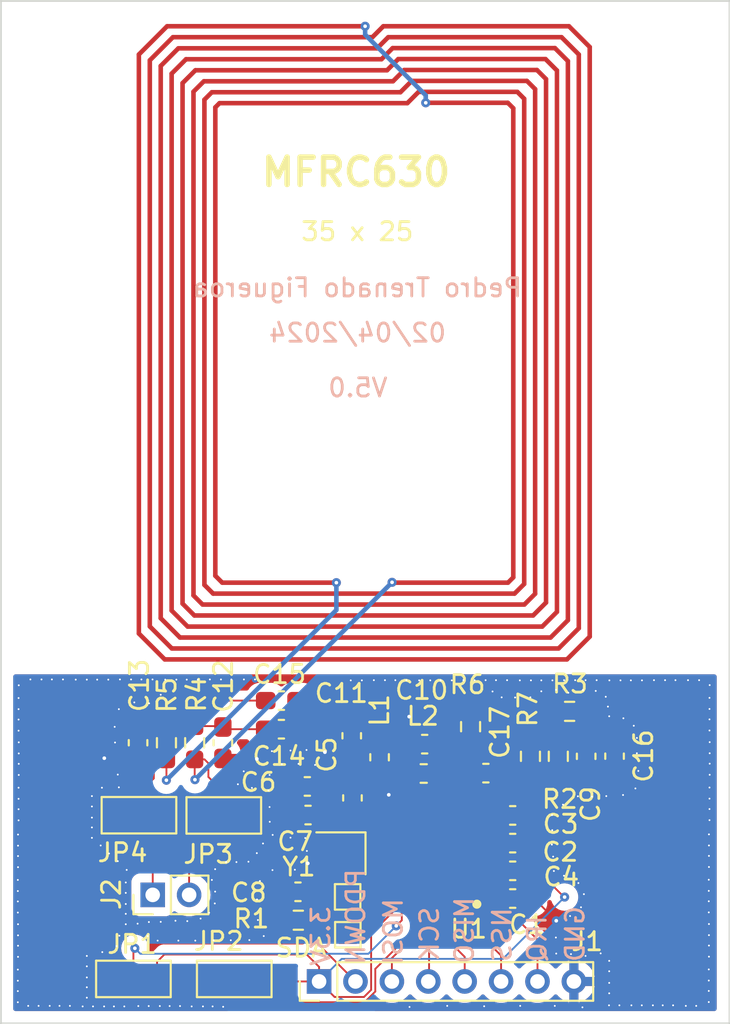
<source format=kicad_pcb>
(kicad_pcb (version 20221018) (generator pcbnew)
  (title_block (title "NFC Programmer") (rev "3.0") (company "Tychetools"))
  (layers (0 "F.Cu" signal) (31 "B.Cu" signal) (34 "B.Paste" user) (35 "F.Paste" user) (36 "B.SilkS" user "B.Silkscreen") (37 "F.SilkS" user "F.Silkscreen") (38 "B.Mask" user) (39 "F.Mask" user) (44 "Edge.Cuts" user))
  (net 0 "")
  (net 1 "Net-(U1-DVDD)")
  (net 2 "GND")
  (net 3 "Net-(U1-AVDD)")
  (net 4 "Net-(U1-TVDD)")
  (net 5 "Net-(U1-XTAL2)")
  (net 6 "/RXP")
  (net 7 "Net-(C9-Pad2)")
  (net 8 "Net-(C10-Pad2)")
  (net 9 "Net-(C11-Pad1)")
  (net 10 "Net-(C12-Pad1)")
  (net 11 "Net-(C13-Pad2)")
  (net 12 "/VMID")
  (net 13 "/RXN")
  (net 14 "Net-(C17-Pad2)")
  (net 15 "/TX1")
  (net 16 "/TX2")
  (net 17 "Net-(JP3-A)")
  (net 21 "/SCL")
  (net 22 "/MISO")
  (net 23 "/IRQ")
  (net 24 "/NSS")
  (net 31 "/PDOWN")
  (net 32 "+3V3")
  (net 33 "/SCK")
  (net 34 "/MOSI")
  (net 35 "Net-(U1-XTAL1)")
  (net 36 "/IFSEL0")
  (net 37 "/IFSEL1")
  (net 38 "Net-(J2-Pin_2)")
  (net 39 "Net-(JP4-A)")
  (net 40 "Net-(JP4-C)")
  (net 41 "Net-(J2-Pin_1)")
  (net 42 "/SDA")
  (footprint "Resistor_SMD:R_0603_1608Metric_Pad0.98x0.95mm_HandSolder" (layer "F.Cu") (at 150.81375 95.4575 -90)
    (fp_text reference "R2")
    (fp_text value "TBD" hide)
  )
  (footprint "Capacitor_SMD:C_0603_1608Metric_Pad1.08x0.95mm_HandSolder" (layer "F.Cu") (at 146.83425 96.38 180)
    (fp_text reference "C17")
    (fp_text value "TBD" hide)
  )
  (footprint "Resistor_SMD:R_0603_1608Metric_Pad0.98x0.95mm_HandSolder" (layer "F.Cu") (at 145.99425 93.83 90)
    (fp_text reference "R6")
    (fp_text value "TBD" hide)
  )
  (footprint "Jumper:SolderJumper-3_P1.3mm_Bridged12_Pad1.0x1.5mm_NumberLabels" (layer "F.Cu") (at 132.435 98.7)
    (fp_text reference "JP3")
    (fp_text value "SolderJumper_3_Bridged12" hide)
  )
  (footprint "MountingHole:MountingHole_3mm" (layer "F.Cu") (at 124.08 58.64)
    (fp_text reference "H3" hide)
    (fp_text value "MountingHole_Pad" hide)
  )
  (footprint "MountingHole:MountingHole_3mm" (layer "F.Cu") (at 156.12 58.64)
    (fp_text reference "H4" hide)
    (fp_text value "MountingHole_Pad" hide)
  )
  (footprint "Capacitor_SMD:C_0603_1608Metric_Pad1.08x0.95mm_HandSolder" (layer "F.Cu") (at 137.02425 97.11 180)
    (fp_text reference "C6")
    (fp_text value "1u" hide)
  )
  (footprint "Connector_PinHeader_2.00mm:PinHeader_1x02_P2.00mm_Vertical" (layer "F.Cu") (at 128.53 103.06 90)
    (fp_text reference "J2")
    (fp_text value "Conn_01x02_Pin" hide)
  )
  (footprint "TestPoint:TestPoint_Pad_1.0x1.0mm" (layer "F.Cu") (at 139.25 105.25)
    (fp_text reference "SDA")
    (fp_text value "TestPoint" hide)
  )
  (footprint "Inductor_SMD:L_0603_1608Metric_Pad1.05x0.95mm_HandSolder" (layer "F.Cu") (at 140.99425 95.51 90)
    (fp_text reference "L1")
    (fp_text value "TBD" hide)
  )
  (footprint "Capacitor_SMD:C_0603_1608Metric_Pad1.08x0.95mm_HandSolder" (layer "F.Cu") (at 135.6 93.97 180)
    (fp_text reference "C14")
    (fp_text value "C" hide)
  )
  (footprint "MountingHole:MountingHole_3mm" (layer "F.Cu") (at 124.06 88.02)
    (fp_text reference "H1" hide)
    (fp_text value "MountingHole_Pad" hide)
  )
  (footprint "Crystal:Crystal_SMD_2016-4Pin_2.0x1.6mm" (layer "F.Cu") (at 138.87175 100.78 180)
    (fp_text reference "Y1")
    (fp_text value "Crystal_GND23" hide)
  )
  (footprint "Capacitor_SMD:C_0603_1608Metric_Pad1.08x0.95mm_HandSolder" (layer "F.Cu") (at 139.50425 97.74 90)
    (fp_text reference "C5")
    (fp_text value "100n" hide)
  )
  (footprint "Capacitor_SMD:C_0603_1608Metric_Pad1.08x0.95mm_HandSolder" (layer "F.Cu") (at 139.46425 94.33 -90)
    (fp_text reference "C11")
    (fp_text value "TBD" hide)
  )
  (footprint "Library3:MFRC630_MOUSER" (layer "F.Cu") (at 143.46425 101.07 180)
    (fp_text reference "U1")
    (fp_text value "MFRC63002HN,151" hide)
  )
  (footprint "Connector_PinHeader_2.00mm:PinHeader_1x08_P2.00mm_Vertical" (layer "F.Cu") (at 137.67 107.81 90)
    (fp_text reference "J1")
    (fp_text value "Conn_01x08" hide)
  )
  (footprint "Resistor_SMD:R_0603_1608Metric_Pad0.98x0.95mm_HandSolder" (layer "F.Cu") (at 130.835 94.7125 -90)
    (fp_text reference "R4")
    (fp_text value "TBD" hide)
  )
  (footprint "Capacitor_SMD:C_0603_1608Metric_Pad1.08x0.95mm_HandSolder" (layer "F.Cu") (at 152.34425 95.4575 90)
    (fp_text reference "C9")
    (fp_text value "TBD" hide)
  )
  (footprint "Capacitor_SMD:C_0603_1608Metric_Pad1.08x0.95mm_HandSolder" (layer "F.Cu") (at 135.6 92.4 180)
    (fp_text reference "C15")
    (fp_text value "TBD" hide)
  )
  (footprint "Capacitor_SMD:C_0603_1608Metric_Pad1.08x0.95mm_HandSolder" (layer "F.Cu") (at 148.3075 98.7)
    (fp_text reference "C3")
    (fp_text value "470n" hide)
  )
  (footprint "Capacitor_SMD:C_0603_1608Metric_Pad1.08x0.95mm_HandSolder" (layer "F.Cu") (at 148.3075 100.22)
    (fp_text reference "C2")
    (fp_text value "100n" hide)
  )
  (footprint "Resistor_SMD:R_0603_1608Metric_Pad0.98x0.95mm_HandSolder" (layer "F.Cu") (at 149.28325 95.4575 90)
    (fp_text reference "R7")
    (fp_text value "TBD" hide)
  )
  (footprint "Capacitor_SMD:C_0603_1608Metric_Pad1.08x0.95mm_HandSolder" (layer "F.Cu") (at 153.90425 95.45 -90)
    (fp_text reference "C16")
    (fp_text value "TBD" hide)
  )
  (footprint "Capacitor_SMD:C_0603_1608Metric_Pad1.08x0.95mm_HandSolder" (layer "F.Cu") (at 148.3075 101.74)
    (fp_text reference "C4")
    (fp_text value "100n" hide)
  )
  (footprint "TestPoint:TestPoint_Pad_1.0x1.0mm" (layer "F.Cu") (at 139.24 103.17)
    (fp_text reference "TP2" hide)
    (fp_text value "TestPoint" hide)
  )
  (footprint "Resistor_SMD:R_0603_1608Metric_Pad0.98x0.95mm_HandSolder" (layer "F.Cu") (at 129.285 94.7125 -90)
    (fp_text reference "R5")
    (fp_text value "TBD" hide)
  )
  (footprint "Resistor_SMD:R_0603_1608Metric_Pad0.98x0.95mm_HandSolder" (layer "F.Cu") (at 151.435 92.99)
    (fp_text reference "R3")
    (fp_text value "TBD" hide)
  )
  (footprint "Capacitor_SMD:C_0603_1608Metric_Pad1.08x0.95mm_HandSolder" (layer "F.Cu") (at 132.385 94.7125 -90)
    (fp_text reference "C12")
    (fp_text value "TBD" hide)
  )
  (footprint "Capacitor_SMD:C_0603_1608Metric_Pad1.08x0.95mm_HandSolder" (layer "F.Cu") (at 127.725 94.7125 90)
    (fp_text reference "C13")
    (fp_text value "TBD" hide)
  )
  (footprint "Capacitor_SMD:C_0603_1608Metric_Pad1.08x0.95mm_HandSolder" (layer "F.Cu") (at 136.51 102.89 180)
    (fp_text reference "C8")
    (fp_text value "10p" hide)
  )
  (footprint "Inductor_SMD:L_0603_1608Metric_Pad1.05x0.95mm_HandSolder" (layer "F.Cu") (at 143.41925 96.4)
    (fp_text reference "L2")
    (fp_text value "TBD" hide)
  )
  (footprint "Resistor_SMD:R_0603_1608Metric_Pad0.98x0.95mm_HandSolder" (layer "F.Cu") (at 136.53 104.45 180)
    (fp_text reference "R1")
    (fp_text value "10k" hide)
  )
  (footprint "Jumper:SolderJumper-3_P1.3mm_Bridged12_Pad1.0x1.5mm_NumberLabels" (layer "F.Cu") (at 127.775 98.69 180)
    (fp_text reference "JP4")
    (fp_text value "SolderJumper_3_Bridged12" hide)
  )
  (footprint "Jumper:SolderJumper-3_P1.3mm_Bridged12_Pad1.0x1.5mm_NumberLabels" (layer "F.Cu") (at 133.01 107.67 180)
    (fp_text reference "JP2")
    (fp_text value "SolderJumper_3_Bridged12" hide)
  )
  (footprint "Jumper:SolderJumper-3_P1.3mm_Bridged12_Pad1.0x1.5mm_NumberLabels" (layer "F.Cu") (at 127.47 107.67)
    (fp_text reference "JP1")
    (fp_text value "SolderJumper_3_Bridged12" hide)
  )
  (footprint "Capacitor_SMD:C_0603_1608Metric_Pad1.08x0.95mm_HandSolder" (layer "F.Cu") (at 143.47175 94.79)
    (fp_text reference "C10")
    (fp_text value "TBD" hide)
  )
  (footprint "Capacitor_SMD:C_0603_1608Metric_Pad1.08x0.95mm_HandSolder" (layer "F.Cu") (at 137.06425 98.68 180)
    (fp_text reference "C7")
    (fp_text value "10p" hide)
  )
  (footprint "MountingHole:MountingHole_3mm" (layer "F.Cu") (at 156.11 88.02)
    (fp_text reference "H2" hide)
    (fp_text value "MountingHole_Pad" hide)
  )
  (footprint "Capacitor_SMD:C_0603_1608Metric_Pad1.08x0.95mm_HandSolder" (layer "F.Cu") (at 148.3075 103.26)
    (fp_text reference "C1")
    (fp_text value "470n" hide)
  )
  (gr_poly (pts (xy 120.19 110.11) (xy 158.66 110.11) (xy 160.22 110.11) (xy 160.22 54.01) (xy 120.19 54.01) (xy 120.19 110.11)) (stroke (width 0.1)) (fill none) (layer "Edge.Cuts"))
  (gr_text "02/04/2024\n" (at 144.74 72.81) (layer "B.SilkS") (effects (font (size 1 1) (thickness 0.153)) (justify left bottom mirror)))
  (gr_text "NSS\n" (at 148.31 103.67 90) (layer "B.SilkS") (effects (font (size 1 1) (thickness 0.153)) (justify left bottom mirror)))
  (gr_text "V5.0" (at 141.52 75.82) (layer "B.SilkS") (effects (font (size 1 1) (thickness 0.153)) (justify left bottom mirror)))
  (gr_text "MISO\n" (at 146.24 103.09 90) (layer "B.SilkS") (effects (font (size 1 1) (thickness 0.153)) (justify left bottom mirror)))
  (gr_text "SCK" (at 144.32 103.63 90) (layer "B.SilkS") (effects (font (size 1 1) (thickness 0.153)) (justify left bottom mirror)))
  (gr_text "MOSI\n" (at 142.33 103.16 90) (layer "B.SilkS") (effects (font (size 1 1) (thickness 0.153)) (justify left bottom mirror)))
  (gr_text "3.3V" (at 138.35 103.6 90) (layer "B.SilkS") (effects (font (size 1 1) (thickness 0.153)) (justify left bottom mirror)))
  (gr_text "PDOWN\n" (at 140.27 101.54 90) (layer "B.SilkS") (effects (font (size 1 1) (thickness 0.153)) (justify left bottom mirror)))
  (gr_text "GND\n" (at 152.32 103.58 90) (layer "B.SilkS") (effects (font (size 1 1) (thickness 0.153)) (justify left bottom mirror)))
  (gr_text "IRQ\n" (at 150.23 104.11 90) (layer "B.SilkS") (effects (font (size 1 1) (thickness 0.153)) (justify left bottom mirror)))
  (gr_text "Pedro Trenado Figueroa\n" (at 148.91 70.33) (layer "B.SilkS") (effects (font (size 1 1) (thickness 0.153)) (justify left bottom mirror)))
  (gr_text "35 x 25" (at 136.6 67.25) (layer "F.SilkS") (effects (font (size 1 1) (thickness 0.153)) (justify left bottom)))
  (gr_text "MFRC630\n" (at 134.36 64.28) (layer "F.SilkS") (effects (font (size 1.5 1.5) (thickness 0.3) bold) (justify left bottom)))
  (segment (start 146.61 99.99075) (end 146.61 103.04) (width 0.1) (layer "F.Cu") (net 1))
  (segment (start 146.43925 99.82) (end 146.61 99.99075) (width 0.1) (layer "F.Cu") (net 1))
  (segment (start 146.83 103.26) (end 147.445 103.26) (width 0.1) (layer "F.Cu") (net 1))
  (segment (start 146.61 103.04) (end 146.83 103.26) (width 0.1) (layer "F.Cu") (net 1))
  (segment (start 145.91425 99.82) (end 146.43925 99.82) (width 0.1) (layer "F.Cu") (net 1))
  (segment (start 134.225 95.575) (end 134.251582 95.601582) (width 0.1) (layer "F.Cu") (net 2))
  (segment (start 142.60925 94.79) (end 142.60925 93.29075) (width 0.1) (layer "F.Cu") (net 2))
  (segment (start 138.0275 95.1925) (end 137.99 95.23) (width 0.1) (layer "F.Cu") (net 2))
  (segment (start 125.885 95.575) (end 125.87 95.56) (width 0.1) (layer "F.Cu") (net 2))
  (segment (start 139.46425 95.1925) (end 138.0275 95.1925) (width 0.1) (layer "F.Cu") (net 2))
  (segment (start 142.60925 93.29075) (end 142.62 93.28) (width 0.1) (layer "F.Cu") (net 2))
  (segment (start 143.46425 101.07) (end 141.71425 99.32) (width 0.1) (layer "F.Cu") (net 2))
  (segment (start 149.48 103.26) (end 150.7 104.48) (width 0.1) (layer "F.Cu") (net 2))
  (segment (start 149.17 103.26) (end 149.48 103.26) (width 0.1) (layer "F.Cu") (net 2))
  (segment (start 141.71425 97.78425) (end 141.5 97.57) (width 0.1) (layer "F.Cu") (net 2))
  (segment (start 132.385 95.575) (end 134.225 95.575) (width 0.1) (layer "F.Cu") (net 2))
  (segment (start 127.725 95.575) (end 125.885 95.575) (width 0.1) (layer "F.Cu") (net 2))
  (segment (start 141.71425 98.62) (end 141.71425 97.78425) (width 0.1) (layer "F.Cu") (net 2))
  (segment (start 141.71425 99.32) (end 141.71425 98.62) (width 0.1) (layer "F.Cu") (net 2))
  (segment (start 137 101.28) (end 137.05 101.33) (width 0.1) (layer "F.Cu") (net 2))
  (segment (start 138.17175 101.33) (end 137.05 101.33) (width 0.1) (layer "F.Cu") (net 2))
  (via micro (at 159.13 95.86) (size 0.36) (drill 0.1) (layers "F.Cu" "B.Cu") (net 2))
  (via micro (at 128.97 104.54) (size 0.36) (drill 0.1) (layers "F.Cu" "B.Cu") (net 2))
  (via micro (at 157.94 91.28) (size 0.36) (drill 0.1) (layers "F.Cu" "B.Cu") (net 2))
  (via micro (at 131.87 105.55) (size 0.36) (drill 0.1) (layers "F.Cu" "B.Cu") (net 2))
  (via micro (at 124.3 91.25) (size 0.36) (drill 0.1) (layers "F.Cu" "B.Cu") (net 2))
  (via micro (at 125.19 98.82) (size 0.36) (drill 0.1) (layers "F.Cu" "B.Cu") (net 2))
  (via micro (at 127.34 91.24) (size 0.36) (drill 0.1) (layers "F.Cu" "B.Cu") (net 2))
  (via micro (at 157.25 91.28) (size 0.36) (drill 0.1) (layers "F.Cu" "B.Cu") (net 2))
  (via micro (at 129.94 105.57) (size 0.36) (drill 0.1) (layers "F.Cu" "B.Cu") (net 2))
  (via micro (at 142.64 109.21) (size 0.36) (drill 0.1) (layers "F.Cu" "B.Cu") (net 2))
  (via micro (at 135.12 99.77) (size 0.36) (drill 0.1) (layers "F.Cu" "B.Cu") (net 2))
  (via micro (at 150.62 109.15) (size 0.36) (drill 0.1) (layers "F.Cu" "B.Cu") (net 2))
  (via micro (at 121.16 98.97) (size 0.36) (drill 0.1) (layers "F.Cu" "B.Cu") (net 2))
  (via micro (at 122.87 109.15) (size 0.36) (drill 0.1) (layers "F.Cu" "B.Cu") (net 2))
  (via micro (at 154.83 109.12) (size 0.36) (drill 0.1) (layers "F.Cu" "B.Cu") (net 2))
  (via (at 134.251582 95.601582) (size 0.5) (drill 0.2) (layers "F.Cu" "B.Cu") (net 2))
  (via micro (at 126.46 94.7) (size 0.36) (drill 0.1) (layers "F.Cu" "B.Cu") (net 2))
  (via micro (at 144.35 91.29) (size 0.36) (drill 0.1) (layers "F.Cu" "B.Cu") (net 2))
  (via micro (at 159.08 104.02) (size 0.36) (drill 0.1) (layers "F.Cu" "B.Cu") (net 2))
  (via micro (at 155.13 94.45) (size 0.36) (drill 0.1) (layers "F.Cu" "B.Cu") (net 2))
  (via micro (at 129.22 91.25) (size 0.36) (drill 0.1) (layers "F.Cu" "B.Cu") (net 2))
  (via micro (at 125.19 98.21) (size 0.36) (drill 0.1) (layers "F.Cu" "B.Cu") (net 2))
  (via micro (at 130.03 109.16) (size 0.36) (drill 0.1) (layers "F.Cu" "B.Cu") (net 2))
  (via micro (at 134.59 100.24) (size 0.36) (drill 0.1) (layers "F.Cu" "B.Cu") (net 2))
  (via micro (at 148.44 92.23) (size 0.36) (drill 0.1) (layers "F.Cu" "B.Cu") (net 2))
  (via micro (at 150.48 99.51) (size 0.36) (drill 0.1) (layers "F.Cu" "B.Cu") (net 2))
  (via micro (at 154.37 97.58) (size 0.36) (drill 0.1) (layers "F.Cu" "B.Cu") (net 2))
  (via micro (at 153.61 106.68) (size 0.36) (drill 0.1) (layers "F.Cu" "B.Cu") (net 2))
  (via micro (at 155.4 109.12) (size 0.36) (drill 0.1) (layers "F.Cu" "B.Cu") (net 2))
  (via micro (at 123.6 91.24) (size 0.36) (drill 0.1) (layers "F.Cu" "B.Cu") (net 2))
  (via micro (at 133.98 97.19) (size 0.36) (drill 0.1) (layers "F.Cu" "B.Cu") (net 2))
  (via micro (at 159.13 96.47) (size 0.36) (drill 0.1) (layers "F.Cu" "B.Cu") (net 2))
  (via micro (at 121.16 92.26) (size 0.36) (drill 0.1) (layers "F.Cu" "B.Cu") (net 2))
  (via micro (at 152.66 97.67) (size 0.36) (drill 0.1) (layers "F.Cu" "B.Cu") (net 2))
  (via micro (at 134.42 102.3) (size 0.36) (drill 0.1) (layers "F.Cu" "B.Cu") (net 2))
  (via micro (at 154.96 93.78) (size 0.36) (drill 0.1) (layers "F.Cu" "B.Cu") (net 2))
  (via micro (at 125.86 109.18) (size 0.36) (drill 0.1) (layers "F.Cu" "B.Cu") (net 2))
  (via micro (at 121.17 91.56) (size 0.36) (drill 0.1) (layers "F.Cu" "B.Cu") (net 2))
  (via micro (at 141.86 91.28) (size 0.36) (drill 0.1) (layers "F.Cu" "B.Cu") (net 2))
  (via micro (at 121.12 108.95) (size 0.36) (drill 0.1) (layers "F.Cu" "B.Cu") (net 2))
  (via micro (at 148.7 91.29) (size 0.36) (drill 0.1) (layers "F.Cu" "B.Cu") (net 2))
  (via micro (at 158.55 91.28) (size 0.36) (drill 0.1) (layers "F.Cu" "B.Cu") (net 2))
  (via micro (at 125.74 97.18) (size 0.36) (drill 0.1) (layers "F.Cu" "B.Cu") (net 2))
  (via micro (at 121.13 106.46) (size 0.36) (drill 0.1) (layers "F.Cu" "B.Cu") (net 2))
  (via micro (at 132.56 101.26) (size 0.36) (drill 0.1) (layers "F.Cu" "B.Cu") (net 2))
  (via micro (at 137.45 95.93) (size 0.36) (drill 0.1) (layers "F.Cu" "B.Cu") (net 2))
  (via micro (at 159.12 92.86) (size 0.36) (drill 0.1) (layers "F.Cu" "B.Cu") (net 2))
  (via micro (at 127.7 104.64) (size 0.36) (drill 0.1) (layers "F.Cu" "B.Cu") (net 2))
  (via micro (at 143.78 91.29) (size 0.36) (drill 0.1) (layers "F.Cu" "B.Cu") (net 2))
  (via micro (at 124.91 108.13) (size 0.36) (drill 0.1) (layers "F.Cu" "B.Cu") (net 2))
  (via micro (at 148 91.28) (size 0.36) (drill 0.1) (layers "F.Cu" "B.Cu") (net 2))
  (via micro (at 121.16 92.87) (size 0.36) (drill 0.1) (layers "F.Cu" "B.Cu") (net 2))
  (via micro (at 151.917606 102.41155) (size 0.36) (drill 0.1) (layers "F.Cu" "B.Cu") (net 2))
  (via micro (at 152.92 91.28) (size 0.36) (drill 0.1) (layers "F.Cu" "B.Cu") (net 2))
  (via micro (at 147.701096 92.221952) (size 0.36) (drill 0.1) (layers "F.Cu" "B.Cu") (net 2))
  (via micro (at 149.28 92.22) (size 0.36) (drill 0.1) (layers "F.Cu" "B.Cu") (net 2))
  (via micro (at 159.09 99.74) (size 0.36) (drill 0.1) (layers "F.Cu" "B.Cu") (net 2))
  (via micro (at 139.41 91.29) (size 0.36) (drill 0.1) (layers "F.Cu" "B.Cu") (net 2))
  (via micro (at 159.09 101.53) (size 0.36) (drill 0.1) (layers "F.Cu" "B.Cu") (net 2))
  (via micro (at 132.82 105.55) (size 0.36) (drill 0.1) (layers "F.Cu" "B.Cu") (net 2))
  (via micro (at 131.29 109.18) (size 0.36) (drill 0.1) (layers "F.Cu" "B.Cu") (net 2))
  (via micro (at 133.79 101.24) (size 0.36) (drill 0.1) (layers "F.Cu" "B.Cu") (net 2))
  (via micro (at 153.61 108.46) (size 0.36) (drill 0.1) (layers "F.Cu" "B.Cu") (net 2))
  (via micro (at 151.89 97.65) (size 0.36) (drill 0.1) (layers "F.Cu" "B.Cu") (net 2))
  (via micro (at 159.13 95.29) (size 0.36) (drill 0.1) (layers "F.Cu" "B.Cu") (net 2))
  (via micro (at 130.87 105.57) (size 0.36) (drill 0.1) (layers "F.Cu" "B.Cu") (net 2))
  (via micro (at 131.96 102.88) (size 0.36) (drill 0.1) (layers "F.Cu" "B.Cu") (net 2))
  (via micro (at 134.26 103.31) (size 0.36) (drill 0.1) (layers "F.Cu" "B.Cu") (net 2))
  (via micro (at 128.32 104.55) (size 0.36) (drill 0.1) (layers "F.Cu" "B.Cu") (net 2))
  (via micro (at 125.25 109.18) (size 0.36) (drill 0.1) (layers "F.Cu" "B.Cu") (net 2))
  (via micro (at 127.52 92.5) (size 0.36) (drill 0.1) (layers "F.Cu" "B.Cu") (net 2))
  (via micro (at 127.74 109.16) (size 0.36) (drill 0.1) (layers "F.Cu" "B.Cu") (net 2))
  (via micro (at 159.12 98.96) (size 0.36) (drill 0.1) (layers "F.Cu" "B.Cu") (net 2))
  (via micro (at 126.61 96.46) (size 0.36) (drill 0.1) (layers "F.Cu" "B.Cu") (net 2))
  (via micro (at 131.63 104.04) (size 0.36) (drill 0.1) (layers "F.Cu" "B.Cu") (net 2))
  (via micro (at 158.39 109.15) (size 0.36) (drill 0.1) (layers "F.Cu" "B.Cu") (net 2))
  (via micro (at 121.13 104.67) (size 0.36) (drill 0.1) (layers "F.Cu" "B.Cu") (net 2))
  (via micro (at 152.31 91.28) (size 0.36) (drill 0.1) (layers "F.Cu" "B.Cu") (net 2))
  (via micro (at 126.67 92.87) (size 0.36) (drill 0.1) (layers "F.Cu" "B.Cu") (net 2))
  (via micro (at 126.44 93.84) (size 0.36) (drill 0.1) (layers "F.Cu" "B.Cu") (net 2))
  (via micro (at 140.68 91.28) (size 0.36) (drill 0.1) (layers "F.Cu" "B.Cu") (net 2))
  (via micro (at 156.07 91.28) (size 0.36) (drill 0.1) (layers "F.Cu" "B.Cu") (net 2))
  (via micro (at 136.91 99.94) (size 0.36) (drill 0.1) (layers "F.Cu" "B.Cu") (net 2))
  (via micro (at 150.46 100.3) (size 0.36) (drill 0.1) (layers "F.Cu" "B.Cu") (net 2))
  (via micro (at 140.02 91.29) (size 0.36) (drill 0.1) (layers "F.Cu" "B.Cu") (net 2))
  (via micro (at 153.45 97.64) (size 0.36) (drill 0.1) (layers "F.Cu" "B.Cu") (net 2))
  (via micro (at 134.95 98.24) (size 0.36) (drill 0.1) (layers "F.Cu" "B.Cu") (net 2))
  (via micro (at 154.17 109.12) (size 0.36) (drill 0.1) (layers "F.Cu" "B.Cu") (net 2))
  (via micro (at 151.364342 91.97) (size 0.36) (drill 0.1) (layers "F.Cu" "B.Cu") (net 2))
  (via micro (at 135.077887 95.174346) (size 0.36) (drill 0.1) (layers "F.Cu" "B.Cu") (net 2))
  (via micro (at 155.41 91.29) (size 0.36) (drill 0.1) (layers "F.Cu" "B.Cu") (net 2))
  (via micro (at 159.08 107.15) (size 0.36) (drill 0.1) (layers "F.Cu" "B.Cu") (net 2))
  (via micro (at 123.41 109.15) (size 0.36) (drill 0.1) (layers "F.Cu" "B.Cu") (net 2))
  (via micro (at 159.09 105.27) (size 0.36) (drill 0.1) (layers "F.Cu" "B.Cu") (net 2))
  (via micro (at 136.98 95.11) (size 0.36) (drill 0.1) (layers "F.Cu" "B.Cu") (net 2))
  (via micro (at 128.33 92.55) (size 0.36) (drill 0.1) (layers "F.Cu" "B.Cu") (net 2))
  (via micro (at 153.14 106.27) (size 0.36) (drill 0.1) (layers "F.Cu" "B.Cu") (net 2))
  (via micro (at 150.47 98.68) (size 0.36) (drill 0.1) (layers "F.Cu" "B.Cu") (net 2))
  (via micro (at 148.72 109.15) (size 0.36) (drill 0.1) (layers "F.Cu" "B.Cu") (net 2))
  (via micro (at 134.31 104.44) (size 0.36) (drill 0.1) (layers "F.Cu" "B.Cu") (net 2))
  (via micro (at 121.16 94.05) (size 0.36) (drill 0.1) (layers "F.Cu" "B.Cu") (net 2))
  (via micro (at 121.81 91.24) (size 0.36) (drill 0.1) (layers "F.Cu" "B.Cu") (net 2))
  (via (at 142.62 93.28) (size 0.5) (drill 0.2) (layers "F.Cu" "B.Cu") (net 2))
  (via micro (at 131.01 91.25) (size 0.36) (drill 0.1) (layers "F.Cu" "B.Cu") (net 2))
  (via micro (at 121.69 109.15) (size 0.36) (drill 0.1) (layers "F.Cu" "B.Cu") (net 2))
  (via micro (at 149.88 91.29) (size 0.36) (drill 0.1) (layers "F.Cu" "B.Cu") (net 2))
  (via micro (at 125.48 91.25) (size 0.36) (drill 0.1) (layers "F.Cu" "B.Cu") (net 2))
  (via micro (at 128.31 109.16) (size 0.36) (drill 0.1) (layers "F.Cu" "B.Cu") (net 2))
  (via micro (at 153.61 107.25) (size 0.36) (drill 0.1) (layers "F.Cu" "B.Cu") (net 2))
  (via micro (at 127.05 102.38) (size 0.36) (drill 0.1) (layers "F.Cu" "B.Cu") (net 2))
  (via micro (at 127.91 91.24) (size 0.36) (drill 0.1) (layers "F.Cu" "B.Cu") (net 2))
  (via micro (at 156.55 109.12) (size 0.36) (drill 0.1) (layers "F.Cu" "B.Cu") (net 2))
  (via micro (at 153.6 109.12) (size 0.36) (drill 0.1) (layers "F.Cu" "B.Cu") (net 2))
  (via micro (at 131.82 109.18) (size 0.36) (drill 0.1) (layers "F.Cu" "B.Cu") (net 2))
  (via micro (at 151.46 104.22) (size 0.36) (drill 0.1) (layers "F.Cu" "B.Cu") (net 2))
  (via micro (at 124.91 107.59) (size 0.36) (drill 0.1) (layers "F.Cu" "B.Cu") (net 2))
  (via micro (at 150.53 100.96) (size 0.36) (drill 0.1) (layers "F.Cu" "B.Cu") (net 2))
  (via micro (at 134.95 96.48) (size 0.36) (drill 0.1) (layers "F.Cu" "B.Cu") (net 2))
  (via micro (at 136.54 95.87) (size 0.36) (drill 0.1) (layers "F.Cu" "B.Cu") (net 2))
  (via micro (at 153.54 92.73) (size 0.36) (drill 0.1) (layers "F.Cu" "B.Cu") (net 2))
  (via micro (at 131.96 101.65) (size 0.36) (drill 0.1) (layers "F.Cu" "B.Cu") (net 2))
  (via micro (at 121.13 105.85) (size 0.36) (drill 0.1) (layers "F.Cu" "B.Cu") (net 2))
  (via micro (at 155.13 95.29) (size 0.36) (drill 0.1) (layers "F.Cu" "B.Cu") (net 2))
  (via micro (at 126.4 109.18) (size 0.36) (drill 0.1) (layers "F.Cu" "B.Cu") (net 2))
  (via micro (at 130.43 104.5) (size 0.36) (drill 0.1) (layers "F.Cu" "B.Cu") (net 2))
  (via micro (at 125.76 106.2) (size 0.36) (drill 0.1) (layers "F.Cu" "B.Cu") (net 2))
  (via micro (at 159.08 107.76) (size 0.36) (drill 0.1) (layers "F.Cu" "B.Cu") (net 2))
  (via micro (at 124.91 106.98) (size 0.36) (drill 0.1) (layers "F.Cu" "B.Cu") (net 2))
  (via micro (at 127.05 104.1) (size 0.36) (drill 0.1) (layers "F.Cu" "B.Cu") (net 2))
  (via micro (at 124.91 106.41) (size 0.36) (drill 0.1) (layers "F.Cu" "B.Cu") (net 2))
  (via micro (at 133.54 91.24) (size 0.36) (drill 0.1) (layers "F.Cu" "B.Cu") (net 2))
  (via micro (at 159.09 104.66) (size 0.36) (drill 0.1) (layers "F.Cu" "B.Cu") (net 2))
  (via micro (at 152.06 103.74) (size 0.36) (drill 0.1) (layers "F.Cu" "B.Cu") (net 2))
  (via micro (at 128.8 105.57) (size 0.36) (drill 0.1) (layers "F.Cu" "B.Cu") (net 2))
  (via micro (at 121.12 107.16) (size 0.36) (drill 0.1) (layers "F.Cu" "B.Cu") (net 2))
  (via micro (at 131.16 104.36) (size 0.36) (drill 0.1) (layers "F.Cu" "B.Cu") (net 2))
  (via micro (at 121.12 108.34) (size 0.36) (drill 0.1) (layers "F.Cu" "B.Cu") (net 2))
  (via micro (at 135.62 95.89) (size 0.36) (drill 0.1) (layers "F.Cu" "B.Cu") (net 2))
  (via micro (at 134.63 105.32) (size 0.36) (drill 0.1) (layers "F.Cu" "B.Cu") (net 2))
  (via micro (at 156.01 109.12) (size 0.36) (drill 0.1) (layers "F.Cu" "B.Cu") (net 2))
  (via micro (at 132.85 91.24) (size 0.36) (drill 0.1) (layers "F.Cu" "B.Cu") (net 2))
  (via micro (at 159.13 94.68) (size 0.36) (drill 0.1) (layers "F.Cu" "B.Cu") (net 2))
  (via micro (at 127.05 102.95) (size 0.36) (drill 0.1) (layers "F.Cu" "B.Cu") (net 2))
  (via micro (at 121.13 100.36) (size 0.36) (drill 0.1) (layers "F.Cu" "B.Cu") (net 2))
  (via micro (at 152.22 103.02) (size 0.36) (drill 0.1) (layers "F.Cu" "B.Cu") (net 2))
  (via micro (at 121.12 102.24) (size 0.36) (drill 0.1) (layers "F.Cu" "B.Cu") (net 2))
  (via (at 137.05 101.33) (size 0.5) (drill 0.2) (layers "F.Cu" "B.Cu") (net 2))
  (via micro (at 152.31 106.41) (size 0.36) (drill 0.1) (layers "F.Cu" "B.Cu") (net 2))
  (via micro (at 121.16 93.44) (size 0.36) (drill 0.1) (layers "F.Cu" "B.Cu") (net 2))
  (via micro (at 126.97 109.18) (size 0.36) (drill 0.1) (layers "F.Cu" "B.Cu") (net 2))
  (via micro (at 151.74 91.28) (size 0.36) (drill 0.1) (layers "F.Cu" "B.Cu") (net 2))
  (via micro (at 125.19 99.36) (size 0.36) (drill 0.1) (layers "F.Cu" "B.Cu") (net 2))
  (via micro (at 121.13 101.54) (size 0.36) (drill 0.1) (layers "F.Cu" "B.Cu") (net 2))
  (via micro (at 159.12 93.43) (size 0.36) (drill 0.1) (layers "F.Cu" "B.Cu") (net 2))
  (via micro (at 159.09 100.92) (size 0.36) (drill 0.1) (layers "F.Cu" "B.Cu") (net 2))
  (via micro (at 126.67 97.16) (size 0.36) (drill 0.1) (layers "F.Cu" "B.Cu") (net 2))
  (via micro (at 128.97 92.08) (size 0.36) (drill 0.1) (layers "F.Cu" "B.Cu") (net 2))
  (via (at 150.7 104.48) (size 0.5) (drill 0.2) (layers "F.Cu" "B.Cu") (net 2))
  (via micro (at 159.08 108.33) (size 0.36) (drill 0.1) (layers "F.Cu" "B.Cu") (net 2))
  (via micro (at 129.46 109.16) (size 0.36) (drill 0.1) (layers "F.Cu" "B.Cu") (net 2))
  (via micro (at 122.42 91.24) (size 0.36) (drill 0.1) (layers "F.Cu" "B.Cu") (net 2))
  (via micro (at 159.12 97.78) (size 0.36) (drill 0.1) (layers "F.Cu" "B.Cu") (net 2))
  (via micro (at 126.54 105.87) (size 0.36) (drill 0.1) (layers "F.Cu" "B.Cu") (net 2))
  (via micro (at 131.78 102.24) (size 0.36) (drill 0.1) (layers "F.Cu" "B.Cu") (net 2))
  (via micro (at 121.16 98.36) (size 0.36) (drill 0.1) (layers "F.Cu" "B.Cu") (net 2))
  (via micro (at 133.53 96.28) (size 0.36) (drill 0.1) (layers "F.Cu" "B.Cu") (net 2))
  (via micro (at 159.09 106.45) (size 0.36) (drill 0.1) (layers "F.Cu" "B.Cu") (net 2))
  (via micro (at 121.13 105.28) (size 0.36) (drill 0.1) (layers "F.Cu" "B.Cu") (net 2))
  (via micro (at 121.12 104.03) (size 0.36) (drill 0.1) (layers "F.Cu" "B.Cu") (net 2))
  (via micro (at 146.82 91.28) (size 0.36) (drill 0.1) (layers "F.Cu" "B.Cu") (net 2))
  (via micro (at 129.78 104.48) (size 0.36) (drill 0.1) (layers "F.Cu" "B.Cu") (net 2))
  (via micro (at 159.13 91.55) (size 0.36) (drill 0.1) (layers "F.Cu" "B.Cu") (net 2))
  (via micro (at 132.28 91.24) (size 0.36) (drill 0.1) (layers "F.Cu" "B.Cu") (net 2))
  (via micro (at 136.34 101.68) (size 0.36) (drill 0.1) (layers "F.Cu" "B.Cu") (net 2))
  (via micro (at 157.12 109.12) (size 0.36) (drill 0.1) (layers "F.Cu" "B.Cu") (net 2))
  (via micro (at 130.4 91.25) (size 0.36) (drill 0.1) (layers "F.Cu" "B.Cu") (net 2))
  (via micro (at 128.52 91.24) (size 0.36) (drill 0.1) (layers "F.Cu" "B.Cu") (net 2))
  (via micro (at 125.67 100.35) (size 0.36) (drill 0.1) (layers "F.Cu" "B.Cu") (net 2))
  (via micro (at 159.08 108.94) (size 0.36) (drill 0.1) (layers "F.Cu" "B.Cu") (net 2))
  (via micro (at 159.12 97.17) (size 0.36) (drill 0.1) (layers "F.Cu" "B.Cu") (net 2))
  (via micro (at 133.21 96.99) (size 0.36) (drill 0.1) (layers "F.Cu" "B.Cu") (net 2))
  (via micro (at 142.47 91.28) (size 0.36) (drill 0.1) (layers "F.Cu" "B.Cu") (net 2))
  (via micro (at 154.8 91.29) (size 0.36) (drill 0.1) (layers "F.Cu" "B.Cu") (net 2))
  (via micro (at 147.2 91.9) (size 0.36) (drill 0.1) (layers "F.Cu" "B.Cu") (net 2))
  (via micro (at 122.99 91.24) (size 0.36) (drill 0.1) (layers "F.Cu" "B.Cu") (net 2))
  (via micro (at 125.19 99.93) (size 0.36) (drill 0.1) (layers "F.Cu" "B.Cu") (net 2))
  (via micro (at 145.6 91.28) (size 0.36) (drill 0.1) (layers "F.Cu" "B.Cu") (net 2))
  (via micro (at 128.92 109.16) (size 0.36) (drill 0.1) (layers "F.Cu" "B.Cu") (net 2))
  (via micro (at 151.07 98.11) (size 0.36) (drill 0.1) (layers "F.Cu" "B.Cu") (net 2))
  (via micro (at 149.31 91.29) (size 0.36) (drill 0.1) (layers "F.Cu" "B.Cu") (net 2))
  (via micro (at 121.13 99.75) (size 0.36) (drill 0.1) (layers "F.Cu" "B.Cu") (net 2))
  (via micro (at 124.91 91.25) (size 0.36) (drill 0.1) (layers "F.Cu" "B.Cu") (net 2))
  (via micro (at 152.17 91.82) (size 0.36) (drill 0.1) (layers "F.Cu" "B.Cu") (net 2))
  (via micro (at 157.82 109.15) (size 0.36) (drill 0.1) (layers "F.Cu" "B.Cu") (net 2))
  (via micro (at 154.23 91.29) (size 0.36) (drill 0.1) (layers "F.Cu" "B.Cu") (net 2))
  (via micro (at 151.13 91.28) (size 0.36) (drill 0.1) (layers "F.Cu" "B.Cu") (net 2))
  (via micro (at 134.15 91.24) (size 0.36) (drill 0.1) (layers "F.Cu" "B.Cu") (net 2))
  (via micro (at 159.09 105.84) (size 0.36) (drill 0.1) (layers "F.Cu" "B.Cu") (net 2))
  (via micro (at 129.83 91.25) (size 0.36) (drill 0.1) (layers "F.Cu" "B.Cu") (net 2))
  (via micro (at 146.21 91.28) (size 0.36) (drill 0.1) (layers "F.Cu" "B.Cu") (net 2))
  (via micro (at 123.98 109.15) (size 0.36) (drill 0.1) (layers "F.Cu" "B.Cu") (net 2))
  (via micro (at 137 100.65) (size 0.36) (drill 0.1) (layers "F.Cu" "B.Cu") (net 2))
  (via micro (at 134.96 99.05) (size 0.36) (drill 0.1) (layers "F.Cu" "B.Cu") (net 2))
  (via micro (at 159.09 100.35) (size 0.36) (drill 0.1) (layers "F.Cu" "B.Cu") (net 2))
  (via micro (at 131.67 91.24) (size 0.36) (drill 0.1) (layers "F.Cu" "B.Cu") (net 2))
  (via micro (at 127.1 101.69) (size 0.36) (drill 0.1) (layers "F.Cu" "B.Cu") (net 2))
  (via micro (at 136.1 95.14) (size 0.36) (drill 0.1) (layers "F.Cu" "B.Cu") (net 2))
  (via micro (at 122.26 109.15) (size 0.36) (drill 0.1) (layers "F.Cu" "B.Cu") (net 2))
  (via micro (at 146.74 109.17) (size 0.36) (drill 0.1) (layers "F.Cu" "B.Cu") (net 2))
  (via micro (at 127.05 103.56) (size 0.36) (drill 0.1) (layers "F.Cu" "B.Cu") (net 2))
  (via micro (at 126.09 91.25) (size 0.36) (drill 0.1) (layers "F.Cu" "B.Cu") (net 2))
  (via micro (at 159.12 98.35) (size 0.36) (drill 0.1) (layers "F.Cu" "B.Cu") (net 2))
  (via micro (at 147.39 91.28) (size 0.36) (drill 0.1) (layers "F.Cu" "B.Cu") (net 2))
  (via micro (at 121.17 95.3) (size 0.36) (drill 0.1) (layers "F.Cu" "B.Cu") (net 2))
  (via micro (at 126.13 100.79) (size 0.36) (drill 0.1) (layers "F.Cu" "B.Cu") (net 2))
  (via micro (at 134.89 97.33) (size 0.36) (drill 0.1) (layers "F.Cu" "B.Cu") (net 2))
  (via micro (at 136.1 99.92) (size 0.36) (drill 0.1) (layers "F.Cu" "B.Cu") (net 2))
  (via micro (at 121.16 97.18) (size 0.36) (drill 0.1) (layers "F.Cu" "B.Cu") (net 2))
  (via micro (at 130.67 109.18) (size 0.36) (drill 0.1) (layers "F.Cu" "B.Cu") (net 2))
  (via micro (at 126.61 101.21) (size 0.36) (drill 0.1) (layers "F.Cu" "B.Cu") (net 2))
  (via micro (at 121.12 107.77) (size 0.36) (drill 0.1) (layers "F.Cu" "B.Cu") (net 2))
  (via micro (at 121.17 95.87) (size 0.36) (drill 0.1) (layers "F.Cu" "B.Cu") (net 2))
  (via micro (at 149.88 91.89) (size 0.36) (drill 0.1) (layers "F.Cu" "B.Cu") (net 2))
  (via micro (at 144.96 91.29) (size 0.36) (drill 0.1) (layers "F.Cu" "B.Cu") (net 2))
  (via micro (at 121.12 102.85) (size 0.36) (drill 0.1) (layers "F.Cu" "B.Cu") (net 2))
  (via micro (at 151.124464 102.010199) (size 0.36) (drill 0.1) (layers "F.Cu" "B.Cu") (net 2))
  (via micro (at 159.08 102.23) (size 0.36) (drill 0.1) (layers "F.Cu" "B.Cu") (net 2))
  (via micro (at 121.12 103.42) (size 0.36) (drill 0.1) (layers "F.Cu" "B.Cu") (net 2))
  (via micro (at 143.17 91.29) (size 0.36) (drill 0.1) (layers "F.Cu" "B.Cu") (net 2))
  (via micro (at 124.91 108.7) (size 0.36) (drill 0.1) (layers "F.Cu" "B.Cu") (net 2))
  (via micro (at 159.12 94.04) (size 0.36) (drill 0.1) (layers "F.Cu" "B.Cu") (net 2))
  (via micro (at 144.71 109.15) (size 0.36) (drill 0.1) (layers "F.Cu" "B.Cu") (net 2))
  (via micro (at 134.25 100.77) (size 0.36) (drill 0.1) (layers "F.Cu" "B.Cu") (net 2))
  (via micro (at 121.13 100.93) (size 0.36) (drill 0.1) (layers "F.Cu" "B.Cu") (net 2))
  (via micro (at 153.42 92.19) (size 0.36) (drill 0.1) (layers "F.Cu" "B.Cu") (net 2))
  (via micro (at 155.21 96.26) (size 0.36) (drill 0.1) (layers "F.Cu" "B.Cu") (net 2))
  (via (at 137.99 95.23) (size 0.5) (drill 0.2) (layers "F.Cu" "B.Cu") (net 2))
  (via micro (at 121.17 96.48) (size 0.36) (drill 0.1) (layers "F.Cu" "B.Cu") (net 2))
  (via micro (at 150.57 101.75) (size 0.36) (drill 0.1) (layers "F.Cu" "B.Cu") (net 2))
  (via micro (at 156.68 91.28) (size 0.36) (drill 0.1) (layers "F.Cu" "B.Cu") (net 2))
  (via micro (at 125.19 97.64) (size 0.36) (drill 0.1) (layers "F.Cu" "B.Cu") (net 2))
  (via micro (at 135.11 101.7) (size 0.36) (drill 0.1) (layers "F.Cu" "B.Cu") (net 2))
  (via micro (at 126.7 105.3) (size 0.36) (drill 0.1) (layers "F.Cu" "B.Cu") (net 2))
  (via micro (at 159.08 102.84) (size 0.36) (drill 0.1) (layers "F.Cu" "B.Cu") (net 2))
  (via micro (at 153.61 107.89) (size 0.36) (drill 0.1) (layers "F.Cu" "B.Cu") (net 2))
  (via micro (at 154.39 93.37) (size 0.36) (drill 0.1) (layers "F.Cu" "B.Cu") (net 2))
  (via micro (at 153.62 91.29) (size 0.36) (drill 0.1) (layers "F.Cu" "B.Cu") (net 2))
  (via micro (at 159.12 92.25) (size 0.36) (drill 0.1) (layers "F.Cu" "B.Cu") (net 2))
  (via micro (at 150.68 105.4) (size 0.36) (drill 0.1) (layers "F.Cu" "B.Cu") (net 2))
  (via (at 125.87 95.56) (size 0.5) (drill 0.2) (layers "F.Cu" "B.Cu") (net 2))
  (via micro (at 121.16 97.79) (size 0.36) (drill 0.1) (layers "F.Cu" "B.Cu") (net 2))
  (via micro (at 150.7 106.28) (size 0.36) (drill 0.1) (layers "F.Cu" "B.Cu") (net 2))
  (via micro (at 121.17 94.69) (size 0.36) (drill 0.1) (layers "F.Cu" "B.Cu") (net 2))
  (via micro (at 152.14 109.23) (size 0.36) (drill 0.1) (layers "F.Cu" "B.Cu") (net 2))
  (via (at 141.5 97.57) (size 0.5) (drill 0.2) (layers "F.Cu" "B.Cu") (net 2))
  (via micro (at 127.05 104.67) (size 0.36) (drill 0.1) (layers "F.Cu" "B.Cu") (net 2))
  (via micro (at 155.05 97.22) (size 0.36) (drill 0.1) (layers "F.Cu" "B.Cu") (net 2))
  (via micro (at 128.25 105.32) (size 0.36) (drill 0.1) (layers "F.Cu" "B.Cu") (net 2))
  (via micro (at 124.68 109.18) (size 0.36) (drill 0.1) (layers "F.Cu" "B.Cu") (net 2))
  (via micro (at 159.08 103.41) (size 0.36) (drill 0.1) (layers "F.Cu" "B.Cu") (net 2))
  (via micro (at 141.29 91.28) (size 0.36) (drill 0.1) (layers "F.Cu" "B.Cu") (net 2))
  (via micro (at 153.61 93.26) (size 0.36) (drill 0.1) (layers "F.Cu" "B.Cu") (net 2))
  (via micro (at 133.84 105.54) (size 0.36) (drill 0.1) (layers "F.Cu" "B.Cu") (net 2))
  (via micro (at 133.13 101.26) (size 0.36) (drill 0.1) (layers "F.Cu" "B.Cu") (net 2))
  (via micro (at 152.87 91.87) (size 0.36) (drill 0.1) (layers "F.Cu" "B.Cu") (net 2))
  (via micro (at 150.69 91.81) (size 0.36) (drill 0.1) (layers "F.Cu" "B.Cu") (net 2))
  (via micro (at 151.51 106.31) (size 0.36) (drill 0.1) (layers "F.Cu" "B.Cu") (net 2))
  (via micro (at 132.4 109.2) (size 0.36) (drill 0.1) (layers "F.Cu" "B.Cu") (net 2))
  (via micro (at 150.49 91.29) (size 0.36) (drill 0.1) (layers "F.Cu" "B.Cu") (net 2))
  (via micro (at 126.73 91.24) (size 0.36) (drill 0.1) (layers "F.Cu" "B.Cu") (net 2))
  (via micro (at 131.94 103.53) (size 0.36) (drill 0.1) (layers "F.Cu" "B.Cu") (net 2))
  (segment (start 147.365 98.62) (end 147.445 98.7) (width 0.1) (layer "F.Cu") (net 3))
  (segment (start 145.21425 98.62) (end 147.365 98.62) (width 0.1) (layer "F.Cu") (net 3))
  (segment (start 139.50425 98.6025) (end 140.05675 98.6025) (width 0.1) (layer "F.Cu") (net 4))
  (segment (start 138.82425 98.51) (end 138.91675 98.6025) (width 0.1) (layer "F.Cu") (net 4))
  (segment (start 137.88675 97.7325) (end 138.13425 97.98) (width 0.1) (layer "F.Cu") (net 4))
  (segment (start 140.20425 98.75) (end 140.20425 99.7) (width 0.1) (layer "F.Cu") (net 4))
  (segment (start 137.88675 97.11) (end 137.88675 97.7325) (width 0.1) (layer "F.Cu") (net 4))
  (segment (start 138.13425 97.98) (end 138.68425 97.98) (width 0.1) (layer "F.Cu") (net 4))
  (segment (start 138.68425 97.98) (end 138.82425 98.12) (width 0.1) (layer "F.Cu") (net 4))
  (segment (start 140.32425 99.82) (end 141.01425 99.82) (width 0.1) (layer "F.Cu") (net 4))
  (segment (start 140.20425 99.7) (end 140.32425 99.82) (width 0.1) (layer "F.Cu") (net 4))
  (segment (start 138.91675 98.6025) (end 139.50425 98.6025) (width 0.1) (layer "F.Cu") (net 4))
  (segment (start 140.05675 98.6025) (end 140.20425 98.75) (width 0.1) (layer "F.Cu") (net 4))
  (segment (start 138.82425 98.12) (end 138.82425 98.51) (width 0.1) (layer "F.Cu") (net 4))
  (segment (start 140.06425 101.33) (end 139.57175 101.33) (width 0.1) (layer "F.Cu") (net 5))
  (segment (start 138.96 101.33) (end 139.57175 101.33) (width 0.1) (layer "F.Cu") (net 5))
  (segment (start 141.01425 100.82) (end 140.57425 100.82) (width 0.1) (layer "F.Cu") (net 5))
  (segment (start 138.69575 102.01) (end 138.79875 101.907) (width 0.1) (layer "F.Cu") (net 5))
  (segment (start 138.79875 101.49125) (end 138.96 101.33) (width 0.1) (layer "F.Cu") (net 5))
  (segment (start 137.3725 102.89) (end 137.3725 102.3075) (width 0.1) (layer "F.Cu") (net 5))
  (segment (start 140.57425 100.82) (end 140.06425 101.33) (width 0.1) (layer "F.Cu") (net 5))
  (segment (start 137.67 102.01) (end 138.69575 102.01) (width 0.1) (layer "F.Cu") (net 5))
  (segment (start 138.79875 101.907) (end 138.79875 101.49125) (width 0.1) (layer "F.Cu") (net 5))
  (segment (start 137.3725 102.3075) (end 137.67 102.01) (width 0.1) (layer "F.Cu") (net 5))
  (segment (start 143.71425 98.095) (end 144.21225 97.597) (width 0.1) (layer "F.Cu") (net 6))
  (segment (start 150.81375 97.1405) (end 150.81375 96.37) (width 0.1) (layer "F.Cu") (net 6))
  (segment (start 150.81375 96.37) (end 152.29425 96.37) (width 0.1) (layer "F.Cu") (net 6))
  (segment (start 144.21225 97.597) (end 150.35725 97.597) (width 0.1) (layer "F.Cu") (net 6))
  (segment (start 150.35725 97.597) (end 150.81375 97.1405) (width 0.1) (layer "F.Cu") (net 6))
  (segment (start 143.71425 98.62) (end 143.71425 98.095) (width 0.1) (layer "F.Cu") (net 6))
  (segment (start 152.29425 96.37) (end 152.34425 96.32) (width 0.1) (layer "F.Cu") (net 6))
  (segment (start 152.3475 94.59175) (end 152.34425 94.595) (width 0.1) (layer "F.Cu") (net 7))
  (segment (start 152.3475 92.99) (end 152.3475 94.59175) (width 0.1) (layer "F.Cu") (net 7))
  (segment (start 145.05 94.79) (end 144.33425 94.79) (width 0.1) (layer "F.Cu") (net 8))
  (segment (start 136.4625 92.4) (end 137.43 92.4) (width 0.1) (layer "F.Cu") (net 8))
  (segment (start 144.29425 94.83) (end 144.33425 94.79) (width 0.1) (layer "F.Cu") (net 8))
  (segment (start 145.17 94.67) (end 145.05 94.79) (width 0.1) (layer "F.Cu") (net 8))
  (segment (start 146.410022 92.253) (end 146.75 92.592978) (width 0.1) (layer "F.Cu") (net 8))
  (segment (start 145.35 94) (end 145.17 94.18) (width 0.1) (layer "F.Cu") (net 8))
  (segment (start 146.57 94) (end 145.35 94) (width 0.1) (layer "F.Cu") (net 8))
  (segment (start 150.5225 92.99) (end 147.58 92.99) (width 0.1) (layer "F.Cu") (net 8))
  (segment (start 144.33425 94.13575) (end 144.33425 94.79) (width 0.1) (layer "F.Cu") (net 8))
  (segment (start 145.17 94.18) (end 145.17 94.67) (width 0.1) (layer "F.Cu") (net 8))
  (segment (start 137.577 92.253) (end 146.410022 92.253) (width 0.1) (layer "F.Cu") (net 8))
  (segment (start 146.75 93.42) (end 146.55 93.62) (width 0.1) (layer "F.Cu") (net 8))
  (segment (start 137.43 92.4) (end 137.577 92.253) (width 0.1) (layer "F.Cu") (net 8))
  (segment (start 144.29425 96.4) (end 144.29425 94.83) (width 0.1) (layer "F.Cu") (net 8))
  (segment (start 146.75 92.592978) (end 146.75 93.42) (width 0.1) (layer "F.Cu") (net 8))
  (segment (start 147.58 92.99) (end 146.57 94) (width 0.1) (layer "F.Cu") (net 8))
  (segment (start 144.85 93.62) (end 144.33425 94.13575) (width 0.1) (layer "F.Cu") (net 8))
  (segment (start 146.55 93.62) (end 144.85 93.62) (width 0.1) (layer "F.Cu") (net 8))
  (segment (start 140.99425 95.28425) (end 140.99425 94.635) (width 0.1) (layer "F.Cu") (net 9))
  (segment (start 145.076478 92.9175) (end 143.48 94.513978) (width 0.1) (layer "F.Cu") (net 9))
  (segment (start 140.0675 93.4675) (end 140.27 93.67) (width 0.1) (layer "F.Cu") (net 9))
  (segment (start 143.48 94.513978) (end 143.48 95.29) (width 0.1) (layer "F.Cu") (net 9))
  (segment (start 143.28 95.49) (end 141.2 95.49) (width 0.1) (layer "F.Cu") (net 9))
  (segment (start 139.46425 93.4675) (end 140.0675 93.4675) (width 0.1) (layer "F.Cu") (net 9))
  (segment (start 140.445 94.635) (end 140.99425 94.635) (width 0.1) (layer "F.Cu") (net 9))
  (segment (start 145.99425 92.9175) (end 145.076478 92.9175) (width 0.1) (layer "F.Cu") (net 9))
  (segment (start 143.48 95.29) (end 143.28 95.49) (width 0.1) (layer "F.Cu") (net 9))
  (segment (start 136.4625 93.97) (end 138.12 93.97) (width 0.1) (layer "F.Cu") (net 9))
  (segment (start 140.27 94.46) (end 140.445 94.635) (width 0.1) (layer "F.Cu") (net 9))
  (segment (start 140.27 93.67) (end 140.27 94.46) (width 0.1) (layer "F.Cu") (net 9))
  (segment (start 141.2 95.49) (end 140.99425 95.28425) (width 0.1) (layer "F.Cu") (net 9))
  (segment (start 138.12 93.97) (end 138.6225 93.4675) (width 0.1) (layer "F.Cu") (net 9))
  (segment (start 138.6225 93.4675) (end 139.46425 93.4675) (width 0.1) (layer "F.Cu") (net 9))
  (segment (start 130.835 93.8) (end 132.335 93.8) (width 0.1) (layer "F.Cu") (net 10))
  (segment (start 132.505 93.97) (end 132.385 93.85) (width 0.1) (layer "F.Cu") (net 10))
  (segment (start 134.7375 93.97) (end 132.505 93.97) (width 0.1) (layer "F.Cu") (net 10))
  (segment (start 132.335 93.8) (end 132.385 93.85) (width 0.1) (layer "F.Cu") (net 10))
  (segment (start 127.725 93.85) (end 129.235 93.85) (width 0.1) (layer "F.Cu") (net 11))
  (segment (start 129.235 93.85) (end 129.285 93.8) (width 0.1) (layer "F.Cu") (net 11))
  (segment (start 129.87 92.4) (end 129.285 92.985) (width 0.1) (layer "F.Cu") (net 11))
  (segment (start 129.285 92.985) (end 129.285 93.8) (width 0.1) (layer "F.Cu") (net 11))
  (segment (start 134.7375 92.4) (end 129.87 92.4) (width 0.1) (layer "F.Cu") (net 11))
  (segment (start 153.90425 95.14575) (end 153.7405 95.3095) (width 0.1) (layer "F.Cu") (net 12))
  (segment (start 143.75725 97.052) (end 146.53225 97.052) (width 0.1) (layer "F.Cu") (net 12))
  (segment (start 150.9795 95.3095) (end 150.81375 95.14375) (width 0.1) (layer "F.Cu") (net 12))
  (segment (start 150.81375 95.14375) (end 150.81375 94.545) (width 0.1) (layer "F.Cu") (net 12))
  (segment (start 146.53225 97.052) (end 146.95425 96.63) (width 0.1) (layer "F.Cu") (net 12))
  (segment (start 153.7405 95.3095) (end 150.9795 95.3095) (width 0.1) (layer "F.Cu") (net 12))
  (segment (start 142.71425 98.095) (end 143.75725 97.052) (width 0.1) (layer "F.Cu") (net 12))
  (segment (start 149.28325 94.545) (end 150.81375 94.545) (width 0.1) (layer "F.Cu") (net 12))
  (segment (start 148.36925 94.545) (end 149.28325 94.545) (width 0.1) (layer "F.Cu") (net 12))
  (segment (start 146.95425 96.63) (end 146.95425 95.96) (width 0.1) (layer "F.Cu") (net 12))
  (segment (start 153.90425 94.5875) (end 153.90425 95.14575) (width 0.1) (layer "F.Cu") (net 12))
  (segment (start 146.95425 95.96) (end 148.36925 94.545) (width 0.1) (layer "F.Cu") (net 12))
  (segment (start 142.71425 98.62) (end 142.71425 98.095) (width 0.1) (layer "F.Cu") (net 12))
  (segment (start 143.93925 97.37) (end 147.47425 97.37) (width 0.1) (layer "F.Cu") (net 13))
  (segment (start 143.21425 98.62) (end 143.21425 98.095) (width 0.1) (layer "F.Cu") (net 13))
  (segment (start 149.27325 96.38) (end 149.28325 96.37) (width 0.1) (layer "F.Cu") (net 13))
  (segment (start 143.21425 98.095) (end 143.93925 97.37) (width 0.1) (layer "F.Cu") (net 13))
  (segment (start 147.47425 97.37) (end 147.69675 97.1475) (width 0.1) (layer "F.Cu") (net 13))
  (segment (start 147.69675 97.1475) (end 147.69675 96.38) (width 0.1) (layer "F.Cu") (net 13))
  (segment (start 147.69675 96.38) (end 149.27325 96.38) (width 0.1) (layer "F.Cu") (net 13))
  (segment (start 145.97175 94.765) (end 145.99425 94.7425) (width 0.1) (layer "F.Cu") (net 14))
  (segment (start 145.97175 96.38) (end 145.97175 94.765) (width 0.1) (layer "F.Cu") (net 14))
  (segment (start 140.99425 99.3) (end 141.01425 99.32) (width 0.1) (layer "F.Cu") (net 15))
  (segment (start 140.99425 96.385) (end 140.99425 99.3) (width 0.1) (layer "F.Cu") (net 15))
  (segment (start 142.21425 98.62) (end 142.21425 97.51) (width 0.1) (layer "F.Cu") (net 16))
  (segment (start 142.54425 97.18) (end 142.54425 96.4) (width 0.1) (layer "F.Cu") (net 16))
  (segment (start 142.21425 97.51) (end 142.54425 97.18) (width 0.1) (layer "F.Cu") (net 16))
  (segment (start 139.44 102.32) (end 139.24 102.52) (width 0.1) (layer "F.Cu") (net 21))
  (segment (start 139.24 102.52) (end 139.24 103.17) (width 0.1) (layer "F.Cu") (net 21))
  (segment (start 141.01425 102.32) (end 139.44 102.32) (width 0.1) (layer "F.Cu") (net 21))
  (segment (start 144.21425 105.00425) (end 145.67 106.46) (width 0.1) (layer "F.Cu") (net 22))
  (segment (start 145.67 106.46) (end 145.67 107.81) (width 0.1) (layer "F.Cu") (net 22))
  (segment (start 144.21425 103.52) (end 144.21425 105.00425) (width 0.1) (layer "F.Cu") (net 22))
  (segment (start 145.21425 104.31425) (end 145.47 104.57) (width 0.1) (layer "F.Cu") (net 23))
  (segment (start 148.73 104.57) (end 149.67 105.51) (width 0.1) (layer "F.Cu") (net 23))
  (segment (start 145.21425 103.52) (end 145.21425 104.31425) (width 0.1) (layer "F.Cu") (net 23))
  (segment (start 145.47 104.57) (end 148.73 104.57) (width 0.1) (layer "F.Cu") (net 23))
  (segment (start 149.67 105.51) (end 149.67 107.81) (width 0.1) (layer "F.Cu") (net 23))
  (segment (start 147.67 106.39) (end 147.67 107.81) (width 0.1) (layer "F.Cu") (net 24))
  (segment (start 144.71425 104.73425) (end 145 105.02) (width 0.1) (layer "F.Cu") (net 24))
  (segment (start 144.71425 103.52) (end 144.71425 104.73425) (width 0.1) (layer "F.Cu") (net 24))
  (segment (start 146.3 105.02) (end 147.67 106.39) (width 0.1) (layer "F.Cu") (net 24))
  (segment (start 145 105.02) (end 146.3 105.02) (width 0.1) (layer "F.Cu") (net 24))
  (segment (start 140.11575 101.99) (end 140.19875 101.907) (width 0.1) (layer "F.Cu") (net 31))
  (segment (start 138.43 102.626) (end 139.066 101.99) (width 0.1) (layer "F.Cu") (net 31))
  (segment (start 138.43 103.4625) (end 138.43 102.626) (width 0.1) (layer "F.Cu") (net 31))
  (segment (start 140.19875 101.907) (end 140.19875 101.63125) (width 0.1) (layer "F.Cu") (net 31))
  (segment (start 137.4425 104.45) (end 138.43 103.4625) (width 0.1) (layer "F.Cu") (net 31))
  (segment (start 139.066 101.99) (end 140.11575 101.99) (width 0.1) (layer "F.Cu") (net 31))
  (segment (start 137.4425 105.5825) (end 139.67 107.81) (width 0.1) (layer "F.Cu") (net 31))
  (segment (start 137.4425 104.45) (end 137.4425 105.5825) (width 0.1) (layer "F.Cu") (net 31))
  (segment (start 140.19875 101.63125) (end 140.51 101.32) (width 0.1) (layer "F.Cu") (net 31))
  (segment (start 140.51 101.32) (end 141.01425 101.32) (width 0.1) (layer "F.Cu") (net 31))
  (segment (start 138.522 108.662) (end 137.67 107.81) (width 0.1) (layer "F.Cu") (net 32))
  (segment (start 137.67 107.01) (end 136.99 106.33) (width 0.1) (layer "F.Cu") (net 32))
  (segment (start 137.67 107.81) (end 137.67 107.01) (width 0.1) (layer "F.Cu") (net 32))
  (segment (start 145.91425 99.32) (end 146.43925 99.32) (width 0.1) (layer "F.Cu") (net 32))
  (segment (start 129.17 106.33) (end 128.77 106.73) (width 0.1) (layer "F.Cu") (net 32))
  (segment (start 147.445 101.74) (end 147.445 102.365) (width 0.1) (layer "F.Cu") (net 32))
  (segment (start 140.138 108.662) (end 138.522 108.662) (width 0.1) (layer "F.Cu") (net 32))
  (segment (start 147.38 99.51) (end 147.445 99.575) (width 0.1) (layer "F.Cu") (net 32))
  (segment (start 137.67 107.81) (end 134.45 107.81) (width 0.1) (layer "F.Cu") (net 32))
  (segment (start 140.53 108.27) (end 140.138 108.662) (width 0.1) (layer "F.Cu") (net 32))
  (segment (start 151.17 103.22) (end 151.17 103.19) (width 0.1) (layer "F.Cu") (net 32))
  (segment (start 134.45 107.81) (end 134.31 107.67) (width 0.1) (layer "F.Cu") (net 32))
  (segment (start 147.445 99.575) (end 147.445 100.22) (width 0.1) (layer "F.Cu") (net 32))
  (segment (start 147.688 102.608) (end 150.558 102.608) (width 0.1) (layer "F.Cu") (net 32))
  (segment (start 128.77 106.73) (end 128.77 107.67) (width 0.1) (layer "F.Cu") (net 32))
  (segment (start 141.71425 104.00575) (end 140.53 105.19) (width 0.1) (layer "F.Cu") (net 32))
  (segment (start 147.445 102.365) (end 147.688 102.608) (width 0.1) (layer "F.Cu") (net 32))
  (segment (start 146.62925 99.51) (end 147.38 99.51) (width 0.1) (layer "F.Cu") (net 32))
  (segment (start 136.99 106.33) (end 129.17 106.33) (width 0.1) (layer "F.Cu") (net 32))
  (segment (start 150.558 102.608) (end 151.17 103.22) (width 0.1) (layer "F.Cu") (net 32))
  (segment (start 141.71425 103.52) (end 141.71425 104.00575) (width 0.1) (layer "F.Cu") (net 32))
  (segment (start 140.53 105.19) (end 140.53 108.27) (width 0.1) (layer "F.Cu") (net 32))
  (segment (start 147.445 100.22) (end 147.445 101.74) (width 0.1) (layer "F.Cu") (net 32))
  (segment (start 146.43925 99.32) (end 146.62925 99.51) (width 0.1) (layer "F.Cu") (net 32))
  (via (at 151.16 103.18) (size 0.5) (drill 0.2) (layers "F.Cu" "B.Cu") (net 32))
  (segment (start 147.77 106.57) (end 138.91 106.57) (width 0.1) (layer "B.Cu") (net 32))
  (segment (start 151.16 103.18) (end 147.77 106.57) (width 0.1) (layer "B.Cu") (net 32))
  (segment (start 138.91 106.57) (end 137.67 107.81) (width 0.1) (layer "B.Cu") (net 32))
  (segment (start 143.71425 107.76575) (end 143.67 107.81) (width 0.1) (layer "F.Cu") (net 33))
  (segment (start 143.71425 103.52) (end 143.71425 107.76575) (width 0.1) (layer "F.Cu") (net 33))
  (segment (start 141.67 106.53) (end 141.67 107.81) (width 0.1) (layer "F.Cu") (net 34))
  (segment (start 143.21425 103.52) (end 143.21425 104.98575) (width 0.1) (layer "F.Cu") (net 34))
  (segment (start 143.21425 104.98575) (end 141.67 106.53) (width 0.1) (layer "F.Cu") (net 34))
  (segment (start 140.35425 100.32) (end 141.014249 100.32) (width 0.1) (layer "F.Cu") (net 35))
  (segment (start 137.92675 98.68) (end 137.92675 99.2625) (width 0.1) (layer "F.Cu") (net 35))
  (segment (start 138.15425 99.49) (end 139.45425 99.49) (width 0.1) (layer "F.Cu") (net 35))
  (segment (start 139.58425 99.62) (end 139.57175 99.6325) (width 0.1) (layer "F.Cu") (net 35))
  (segment (start 137.92675 99.2625) (end 138.15425 99.49) (width 0.1) (layer "F.Cu") (net 35))
  (segment (start 139.57175 99.6325) (end 139.57175 100.23) (width 0.1) (layer "F.Cu") (net 35))
  (segment (start 140.24425 100.23) (end 140.34425 100.33) (width 0.1) (layer "F.Cu") (net 35))
  (segment (start 139.45425 99.49) (end 139.58425 99.62) (width 0.1) (layer "F.Cu") (net 35))
  (segment (start 139.57175 100.23) (end 140.24425 100.23) (width 0.1) (layer "F.Cu") (net 35))
  (segment (start 140.34425 100.33) (end 140.35425 100.32) (width 0.1) (layer "F.Cu") (net 35))
  (segment (start 127.47 106.07) (end 127.47 107.67) (width 0.1) (layer "F.Cu") (net 36))
  (segment (start 142.21425 103.52) (end 142.21425 104.45575) (width 0.1) (layer "F.Cu") (net 36))
  (segment (start 142.21425 104.45575) (end 141.91 104.76) (width 0.1) (layer "F.Cu") (net 36))
  (segment (start 127.55 105.99) (end 127.47 106.07) (width 0.1) (layer "F.Cu") (net 36))
  (via (at 127.55 105.99) (size 0.5) (drill 0.2) (layers "F.Cu" "B.Cu") (net 36))
  (via (at 141.91 104.76) (size 0.5) (drill 0.2) (layers "F.Cu" "B.Cu") (net 36))
  (segment (start 141.91 104.76) (end 140.38 106.29) (width 0.1) (layer "B.Cu") (net 36))
  (segment (start 127.85 106.29) (end 127.55 105.99) (width 0.1) (layer "B.Cu") (net 36))
  (segment (start 140.38 106.29) (end 127.85 106.29) (width 0.1) (layer "B.Cu") (net 36))
  (segment (start 140.76 107.118974) (end 140.76 108.361026) (width 0.1) (layer "F.Cu") (net 37))
  (segment (start 140.76 108.361026) (end 140.176026 108.945) (width 0.1) (layer "F.Cu") (net 37))
  (segment (start 142.71425 105.164724) (end 140.76 107.118974) (width 0.1) (layer "F.Cu") (net 37))
  (segment (start 133.01 108.75) (end 133.01 107.67) (width 0.1) (layer "F.Cu") (net 37))
  (segment (start 133.21 108.95) (end 133.205 108.945) (width 0.1) (layer "F.Cu") (net 37))
  (segment (start 142.71425 103.52) (end 142.71425 105.164724) (width 0.1) (layer "F.Cu") (net 37))
  (segment (start 140.175513 108.95) (end 133.21 108.95) (width 0.1) (layer "F.Cu") (net 37))
  (segment (start 133.205 108.945) (end 133.01 108.75) (width 0.1) (layer "F.Cu") (net 37))
  (segment (start 133.735 98.7) (end 133.735 100.035) (width 0.1) (layer "F.Cu") (net 38))
  (segment (start 131.85 100.43) (end 130.53 101.75) (width 0.1) (layer "F.Cu") (net 38))
  (segment (start 133.735 100.035) (end 133.34 100.43) (width 0.1) (layer "F.Cu") (net 38))
  (segment (start 130.53 101.75) (end 130.53 103.06) (width 0.1) (layer "F.Cu") (net 38))
  (segment (start 133.34 100.43) (end 131.85 100.43) (width 0.1) (layer "F.Cu") (net 38))
  (segment (start 141.7 85.93) (end 141.68 85.91) (width 0.25) (layer "F.Cu") (net 40))
  (segment (start 148.94 86) (end 148.94 59.38) (width 0.25) (layer "F.Cu") (net 40))
  (segment (start 132.435 97.435) (end 132.435 98.7) (width 0.1) (layer "F.Cu") (net 40))
  (segment (start 128.97 87.88) (end 130.03 88.94) (width 0.25) (layer "F.Cu") (net 40))
  (segment (start 142.52 59.62) (end 132.2 59.62) (width 0.25) (layer "F.Cu") (net 40))
  (segment (start 132.35 85.93) (end 138.62 85.93) (width 0.25) (layer "F.Cu") (net 40))
  (segment (start 143.53 59.6) (end 148.04 59.6) (width 0.25) (layer "F.Cu") (net 40))
  (segment (start 150.11 57.2) (end 142.02 57.2) (width 0.25) (layer "F.Cu") (net 40))
  (segment (start 140.2 55.4) (end 129.32 55.4) (width 0.25) (layer "F.Cu") (net 40))
  (segment (start 129.285 95.625) (end 129.285 96.765) (width 0.1) (layer "F.Cu") (net 40))
  (segment (start 131.37 86.05) (end 131.85 86.53) (width 0.25) (layer "F.Cu") (net 40))
  (segment (start 128.37 57.27) (end 128.37 88.33) (width 0.25) (layer "F.Cu") (net 40))
  (segment (start 130.835 95.625) (end 130.835 96.725) (width 0.1) (layer "F.Cu") (net 40))
  (segment (start 128.715 95.625) (end 128.59 95.75) (width 0.1) (layer "F.Cu") (net 40))
  (segment (start 150.74 87.53) (end 150.74 57.83) (width 0.25) (layer "F.Cu") (net 40))
  (segment (start 142.76 58.4) (end 142.14 59.02) (width 0.25) (layer "F.Cu") (net 40))
  (segment (start 142.02 57.2) (end 141.405 57.815) (width 0.25) (layer "F.Cu") (net 40))
  (segment (start 130.835 95.625) (end 131.375 95.625) (width 0.1) (layer "F.Cu") (net 40))
  (segment (start 148.41 86.53) (end 148.94 86) (width 0.25) (layer "F.Cu") (net 40))
  (segment (start 131.59 96.59) (end 132.435 97.435) (width 0.1) (layer "F.Cu") (net 40))
  (segment (start 151.94 88.43) (end 151.94 56.95) (width 0.25) (layer "F.Cu") (net 40))
  (segment (start 131.85 86.53) (end 148.41 86.53) (width 0.25) (layer "F.Cu") (net 40))
  (segment (start 141.73 58.42) (end 131.34 58.42) (width 0.25) (layer "F.Cu") (net 40))
  (segment (start 150.39 88.94) (end 151.34 87.99) (width 0.25) (layer "F.Cu") (net 40))
  (segment (start 130.77 58.99) (end 130.77 86.63) (width 0.25) (layer "F.Cu") (net 40))
  (segment (start 129.285 96.765) (end 129.28 96.77) (width 0.1) (layer "F.Cu") (net 40))
  (segment (start 148.04 59.6) (end 148.34 59.9) (width 0.25) (layer "F.Cu") (net 40))
  (segment (start 151.4 55.4) (end 141.2 55.4) (width 0.25) (layer "F.Cu") (net 40))
  (segment (start 129.64 56) (end 128.37 57.27) (width 0.25) (layer "F.Cu") (net 40))
  (segment (start 141.405 57.815) (end 130.875 57.815) (width 0.25) (layer "F.Cu") (net 40))
  (segment (start 151.34 57.31) (end 150.63 56.6) (width 0.25) (layer "F.Cu") (net 40))
  (segment (start 131.375 95.625) (end 131.59 95.84) (width 0.1) (layer "F.Cu") (net 40))
  (segment (start 148.95 87.13) (end 149.54 86.54) (width 0.25) (layer "F.Cu") (net 40))
  (segment (start 129.19 90.14) (end 151.29 90.14) (width 0.25) (layer "F.Cu") (net 40))
  (segment (start 143.14 59) (end 142.52 59.62) (width 0.25) (layer "F.Cu") (net 40))
  (segment (start 131.34 58.42) (end 130.77 58.99) (width 0.25) (layer "F.Cu") (net 40))
  (segment (start 128.37 88.33) (end 129.58 89.54) (width 0.25) (layer "F.Cu") (net 40))
  (segment (start 141.2 55.4) (end 140.6 56) (width 0.25) (layer "F.Cu") (net 40))
  (segment (start 149.64 57.8) (end 142.35 57.8) (width 0.25) (layer "F.Cu") (net 40))
  (segment (start 131.78 59.02) (end 131.37 59.43) (width 0.25) (layer "F.Cu") (net 40))
  (segment (start 131.37 59.43) (end 131.37 86.05) (width 0.25) (layer "F.Cu") (net 40))
  (segment (start 129.94 56.61) (end 128.97 57.58) (width 0.25) (layer "F.Cu") (net 40))
  (segment (start 129.57 58) (end 129.57 87.46) (width 0.25) (layer "F.Cu") (net 40))
  (segment (start 150.14 87.02) (end 150.14 58.3) (width 0.25) (layer "F.Cu") (net 40))
  (segment (start 130.17 87.08) (end 130.82 87.73) (width 0.25) (layer "F.Cu") (net 40))
  (segment (start 148.34 85.64) (end 148.05 85.93) (width 0.25) (layer "F.Cu") (net 40))
  (segment (start 128.59 95.75) (end 128.59 96.67) (width 0.1) (layer "F.Cu") (net 40))
  (segment (start 150.99 56) (end 141.47 56) (width 0.25) (layer "F.Cu") (net 40))
  (segment (start 131.97 59.85) (end 131.97 85.55) (width 0.25) (layer "F.Cu") (net 40))
  (segment (start 151.29 90.14) (end 152.54 88.89) (width 0.25) (layer "F.Cu") (net 40))
  (segment (start 142.35 57.8) (end 141.73 58.42) (width 0.25) (layer "F.Cu") (net 40))
  (segment (start 148.56 59) (end 143.14 59) (width 0.25) (layer "F.Cu") (net 40))
  (segment (start 150.74 57.83) (end 150.11 57.2) (width 0.25) (layer "F.Cu") (net 40))
  (segment (start 130.03 88.94) (end 150.39 88.94) (width 0.25) (layer "F.Cu") (net 40))
  (segment (start 148.05 85.93) (end 141.7 85.93) (width 0.25) (layer "F.Cu") (net 40))
  (segment (start 140.86 56.61) (end 129.94 56.61) (width 0.25) (layer "F.Cu") (net 40))
  (segment (start 129.285 95.625) (end 128.715 95.625) (width 0.1) (layer "F.Cu") (net 40))
  (segment (start 152.54 56.54) (end 151.4 55.4) (width 0.25) (layer "F.Cu") (net 40))
  (segment (start 129.57 87.46) (end 130.45 88.34) (width 0.25) (layer "F.Cu") (net 40))
  (segment (start 140.6 56) (end 129.64 56) (width 0.25) (layer "F.Cu") (net 40))
  (segment (start 150.63 56.6) (end 141.71 56.6) (width 0.25) (layer "F.Cu") (net 40))
  (segment (start 141.47 56) (end 140.86 56.61) (width 0.25) (layer "F.Cu") (net 40))
  (segment (start 130.17 58.52) (end 130.17 87.08) (width 0.25) (layer "F.Cu") (net 40))
  (segment (start 141.1 57.21) (end 130.36 57.21) (width 0.25) (layer "F.Cu") (net 40))
  (segment (start 131.27 87.13) (end 148.95 87.13) (width 0.25) (layer "F.Cu") (net 40))
  (segment (start 127.77 88.72) (end 129.19 90.14) (width 0.25) (layer "F.Cu") (net 40))
  (segment (start 149.54 58.85) (end 149.09 58.4) (width 0.25) (layer "F.Cu") (net 40))
  (segment (start 128.97 57.58) (end 128.97 87.88) (width 0.25) (layer "F.Cu") (net 40))
  (segment (start 142.14 59.02) (end 131.78 59.02) (width 0.25) (layer "F.Cu") (net 40))
  (segment (start 149.09 58.4) (end 142.76 58.4) (width 0.25) (layer "F.Cu") (net 40))
  (segment (start 130.45 88.34) (end 149.93 88.34) (width 0.25) (layer "F.Cu") (net 40))
  (segment (start 131.97 85.55) (end 132.35 85.93) (width 0.25) (layer "F.Cu") (net 40))
  (segment (start 149.54 86.54) (end 149.54 58.85) (width 0.25) (layer "F.Cu") (net 40))
  (segment (start 149.93 88.34) (end 150.74 87.53) (width 0.25) (layer "F.Cu") (net 40))
  (segment (start 152.54 88.89) (end 152.54 56.54) (width 0.25) (layer "F.Cu") (net 40))
  (segment (start 130.82 87.73) (end 149.43 87.73) (width 0.25) (layer "F.Cu") (net 40))
  (segment (start 130.36 57.21) (end 129.57 58) (width 0.25) (layer "F.Cu") (net 40))
  (segment (start 128.59 96.67) (end 127.775 97.485) (width 0.1) (layer "F.Cu") (net 40))
  (segment (start 129.58 89.54) (end 150.83 89.54) (width 0.25) (layer "F.Cu") (net 40))
  (segment (start 130.77 86.63) (end 131.27 87.13) (width 0.25) (layer "F.Cu") (net 40))
  (segment (start 132.2 59.62) (end 131.97 59.85) (width 0.25) (layer "F.Cu") (net 40))
  (segment (start 150.83 89.54) (end 151.94 88.43) (width 0.25) (layer "F.Cu") (net 40))
  (segment (start 148.94 59.38) (end 148.56 59) (width 0.25) (layer "F.Cu") (net 40))
  (segment (start 130.875 57.815) (end 130.17 58.52) (width 0.25) (layer "F.Cu") (net 40))
  (segment (start 148.34 59.9) (end 148.34 85.64) (width 0.25) (layer "F.Cu") (net 40))
  (segment (start 149.43 87.73) (end 150.14 87.02) (width 0.25) (layer "F.Cu") (net 40))
  (segment (start 151.94 56.95) (end 150.99 56) (width 0.25) (layer "F.Cu") (net 40))
  (segment (start 129.32 55.4) (end 127.77 56.95) (width 0.25) (layer "F.Cu") (net 40))
  (segment (start 150.14 58.3) (end 149.64 57.8) (width 0.25) (layer "F.Cu") (net 40))
  (segment (start 127.77 56.95) (end 127.77 88.72) (width 0.25) (layer "F.Cu") (net 40))
  (segment (start 131.59 95.84) (end 131.59 96.59) (width 0.1) (layer "F.Cu") (net 40))
  (segment (start 141.71 56.6) (end 141.1 57.21) (width 0.25) (layer "F.Cu") (net 40))
  (segment (start 127.775 97.485) (end 127.775 98.69) (width 0.1) (layer "F.Cu") (net 40))
  (segment (start 151.34 87.99) (end 151.34 57.31) (width 0.25) (layer "F.Cu") (net 40))
  (segment (start 130.835 96.725) (end 130.85 96.74) (width 0.1) (layer "F.Cu") (net 40))
  (via (at 143.53 59.6) (size 0.5) (drill 0.2) (layers "F.Cu" "B.Cu") (net 40))
  (via (at 140.2 55.4) (size 0.5) (drill 0.2) (layers "F.Cu" "B.Cu") (net 40))
  (via (at 130.85 96.74) (size 0.5) (drill 0.2) (layers "F.Cu" "B.Cu") (net 40))
  (via (at 141.68 85.91) (size 0.5) (drill 0.2) (layers "F.Cu" "B.Cu") (net 40))
  (via (at 138.62 85.93) (size 0.5) (drill 0.2) (layers "F.Cu" "B.Cu") (net 40))
  (via (at 129.28 96.77) (size 0.5) (drill 0.2) (layers "F.Cu" "B.Cu") (net 40))
  (segment (start 141.68 85.91) (end 130.85 96.74) (width 0.25) (layer "B.Cu") (net 40))
  (segment (start 143.53 59.19) (end 140.2 55.86) (width 0.25) (layer "B.Cu") (net 40))
  (segment (start 138.62 85.93) (end 138.62 87.43) (width 0.25) (layer "B.Cu") (net 40))
  (segment (start 140.2 55.86) (end 140.2 55.4) (width 0.25) (layer "B.Cu") (net 40))
  (segment (start 138.62 87.43) (end 129.28 96.77) (width 0.25) (layer "B.Cu") (net 40))
  (segment (start 143.53 59.6) (end 143.53 59.19) (width 0.25) (layer "B.Cu") (net 40))
  (segment (start 126.475 99.775) (end 128.53 101.83) (width 0.1) (layer "F.Cu") (net 41))
  (segment (start 128.53 101.83) (end 128.53 103.06) (width 0.1) (layer "F.Cu") (net 41))
  (segment (start 126.475 98.69) (end 126.475 99.775) (width 0.1) (layer "F.Cu") (net 41))
  (segment (start 140.14 104.19) (end 139.37 104.19) (width 0.1) (layer "F.Cu") (net 42))
  (segment (start 139.25 104.31) (end 139.25 105.25) (width 0.1) (layer "F.Cu") (net 42))
  (segment (start 141.01425 102.82) (end 141.01425 103.31575) (width 0.1) (layer "F.Cu") (net 42))
  (segment (start 141.01425 103.31575) (end 140.14 104.19) (width 0.1) (layer "F.Cu") (net 42))
  (segment (start 139.37 104.19) (end 139.25 104.31) (width 0.1) (layer "F.Cu") (net 42))
  (zone (net 2) (net_name "GND") (layers "F&B.Cu") (connect_pads (clearance 0.5)) (min_thickness 0.25) (fill yes (thermal_gap 0.5) (thermal_bridge_width 0.5))
    (polygon (pts (xy 120.235095 110.068089) (xy 160.26 110.141769) (xy 160.26 90.96) (xy 120.149334 90.96)))
  )
)
</source>
